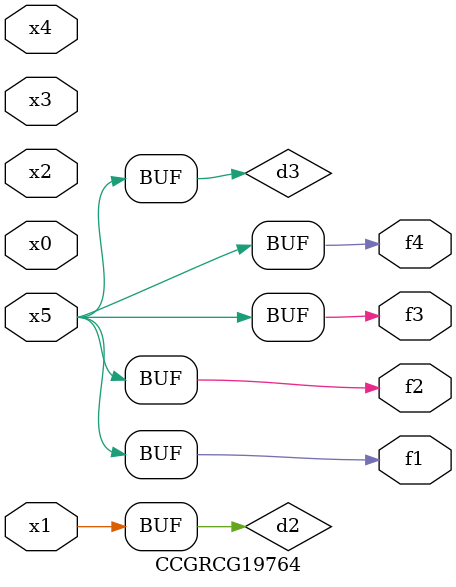
<source format=v>
module CCGRCG19764(
	input x0, x1, x2, x3, x4, x5,
	output f1, f2, f3, f4
);

	wire d1, d2, d3;

	not (d1, x5);
	or (d2, x1);
	xnor (d3, d1);
	assign f1 = d3;
	assign f2 = d3;
	assign f3 = d3;
	assign f4 = d3;
endmodule

</source>
